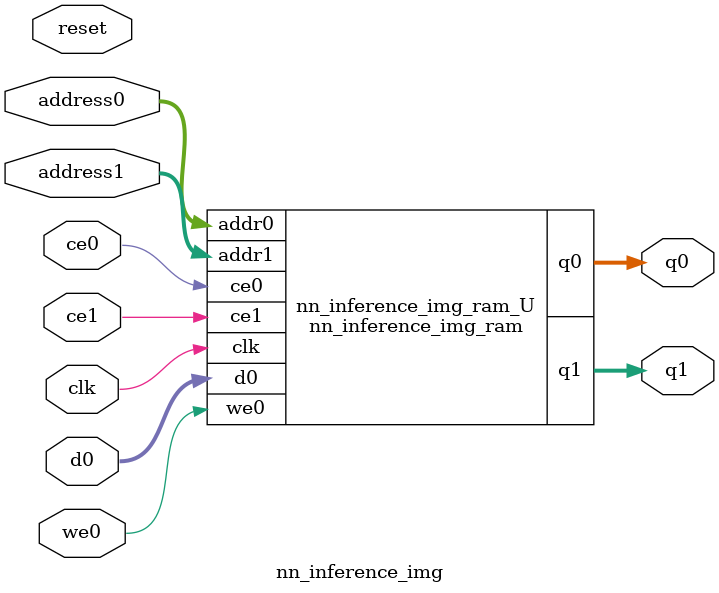
<source format=v>
`timescale 1 ns / 1 ps
module nn_inference_img_ram (addr0, ce0, d0, we0, q0, addr1, ce1, q1,  clk);

parameter DWIDTH = 32;
parameter AWIDTH = 11;
parameter MEM_SIZE = 1620;

input[AWIDTH-1:0] addr0;
input ce0;
input[DWIDTH-1:0] d0;
input we0;
output reg[DWIDTH-1:0] q0;
input[AWIDTH-1:0] addr1;
input ce1;
output reg[DWIDTH-1:0] q1;
input clk;

reg [DWIDTH-1:0] ram[0:MEM_SIZE-1];




always @(posedge clk)  
begin 
    if (ce0) begin
        if (we0) 
            ram[addr0] <= d0; 
        q0 <= ram[addr0];
    end
end


always @(posedge clk)  
begin 
    if (ce1) begin
        q1 <= ram[addr1];
    end
end


endmodule

`timescale 1 ns / 1 ps
module nn_inference_img(
    reset,
    clk,
    address0,
    ce0,
    we0,
    d0,
    q0,
    address1,
    ce1,
    q1);

parameter DataWidth = 32'd32;
parameter AddressRange = 32'd1620;
parameter AddressWidth = 32'd11;
input reset;
input clk;
input[AddressWidth - 1:0] address0;
input ce0;
input we0;
input[DataWidth - 1:0] d0;
output[DataWidth - 1:0] q0;
input[AddressWidth - 1:0] address1;
input ce1;
output[DataWidth - 1:0] q1;



nn_inference_img_ram nn_inference_img_ram_U(
    .clk( clk ),
    .addr0( address0 ),
    .ce0( ce0 ),
    .we0( we0 ),
    .d0( d0 ),
    .q0( q0 ),
    .addr1( address1 ),
    .ce1( ce1 ),
    .q1( q1 ));

endmodule


</source>
